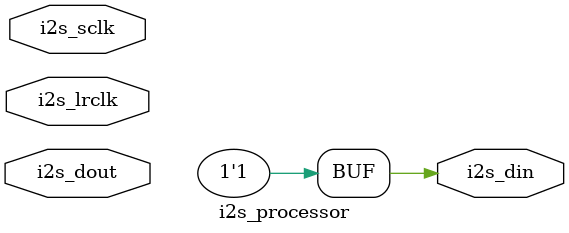
<source format=sv>
module i2s_processor (input logic i2s_lrclk,
							 input logic i2s_sclk,
							 input logic i2s_dout,
							 output logic i2s_din);
							 
logic [31:0] left_shift_reg;

always_ff @ (posedge i2s_sclk) begin
	// Left shift
	left_shift_reg <= {left_shift_reg[30:0], 0};
end

always_ff @ (posedge i2s_lrclk) begin
	// Parallel load
	
end

assign i2s_din = 1;
endmodule
</source>
